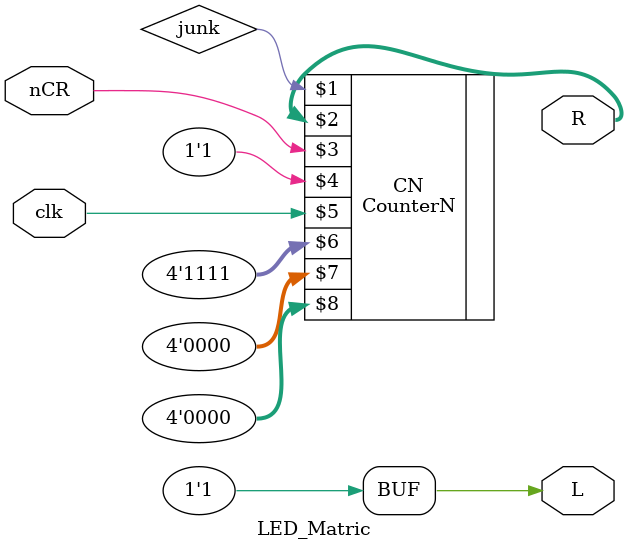
<source format=v>
module LED_Matric
(input clk,input nCR,output [3:0]R,output L
);
assign L=1'b1;
//CounterN(C,Q,nCR,En,CP,N,Ini,nCR_value)
wire junk;
CounterN CN(junk,R,nCR,1'b1,clk,4'd15,4'd0,4'd0);//参数没写全不给我报错，珍妮天
endmodule

</source>
